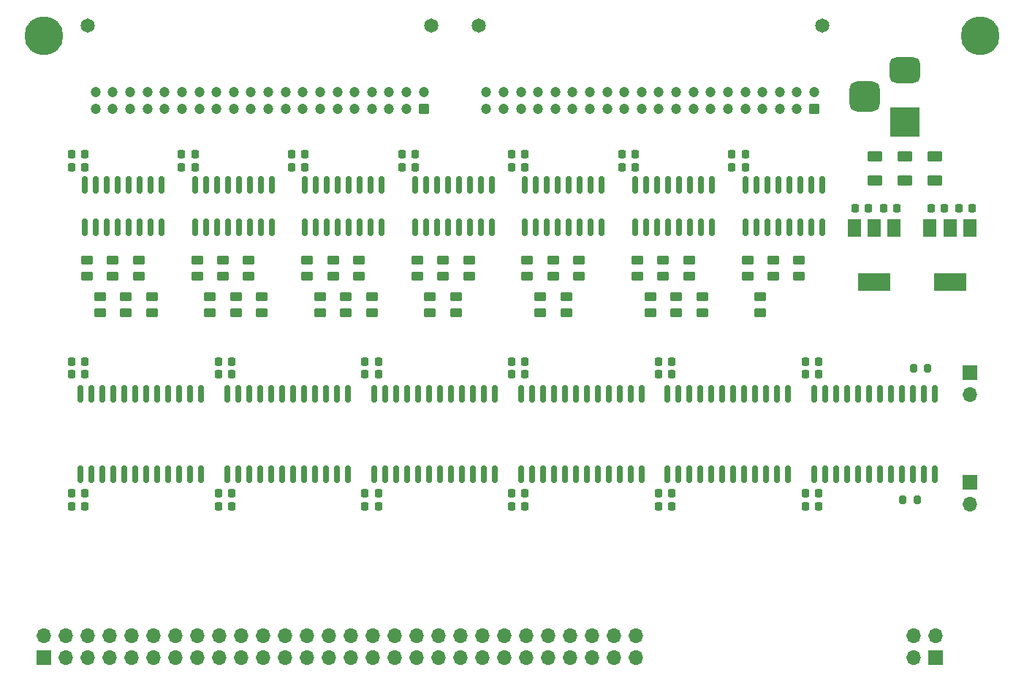
<source format=gbr>
%TF.GenerationSoftware,KiCad,Pcbnew,7.0.8*%
%TF.CreationDate,2023-10-20T14:12:00-05:00*%
%TF.ProjectId,breakout1,62726561-6b6f-4757-9431-2e6b69636164,rev?*%
%TF.SameCoordinates,Original*%
%TF.FileFunction,Soldermask,Top*%
%TF.FilePolarity,Negative*%
%FSLAX46Y46*%
G04 Gerber Fmt 4.6, Leading zero omitted, Abs format (unit mm)*
G04 Created by KiCad (PCBNEW 7.0.8) date 2023-10-20 14:12:00*
%MOMM*%
%LPD*%
G01*
G04 APERTURE LIST*
G04 Aperture macros list*
%AMRoundRect*
0 Rectangle with rounded corners*
0 $1 Rounding radius*
0 $2 $3 $4 $5 $6 $7 $8 $9 X,Y pos of 4 corners*
0 Add a 4 corners polygon primitive as box body*
4,1,4,$2,$3,$4,$5,$6,$7,$8,$9,$2,$3,0*
0 Add four circle primitives for the rounded corners*
1,1,$1+$1,$2,$3*
1,1,$1+$1,$4,$5*
1,1,$1+$1,$6,$7*
1,1,$1+$1,$8,$9*
0 Add four rect primitives between the rounded corners*
20,1,$1+$1,$2,$3,$4,$5,0*
20,1,$1+$1,$4,$5,$6,$7,0*
20,1,$1+$1,$6,$7,$8,$9,0*
20,1,$1+$1,$8,$9,$2,$3,0*%
G04 Aperture macros list end*
%ADD10R,1.500000X2.000000*%
%ADD11R,3.800000X2.000000*%
%ADD12RoundRect,0.225000X0.225000X0.250000X-0.225000X0.250000X-0.225000X-0.250000X0.225000X-0.250000X0*%
%ADD13RoundRect,0.250000X-0.450000X0.262500X-0.450000X-0.262500X0.450000X-0.262500X0.450000X0.262500X0*%
%ADD14RoundRect,0.150000X0.150000X-0.825000X0.150000X0.825000X-0.150000X0.825000X-0.150000X-0.825000X0*%
%ADD15RoundRect,0.225000X-0.225000X-0.250000X0.225000X-0.250000X0.225000X0.250000X-0.225000X0.250000X0*%
%ADD16RoundRect,0.200000X-0.200000X-0.275000X0.200000X-0.275000X0.200000X0.275000X-0.200000X0.275000X0*%
%ADD17RoundRect,0.250000X0.625000X-0.375000X0.625000X0.375000X-0.625000X0.375000X-0.625000X-0.375000X0*%
%ADD18C,4.500000*%
%ADD19R,1.700000X1.700000*%
%ADD20O,1.700000X1.700000*%
%ADD21RoundRect,0.150000X0.150000X-0.875000X0.150000X0.875000X-0.150000X0.875000X-0.150000X-0.875000X0*%
%ADD22C,1.650000*%
%ADD23RoundRect,0.250000X0.350000X0.350000X-0.350000X0.350000X-0.350000X-0.350000X0.350000X-0.350000X0*%
%ADD24C,1.200000*%
%ADD25RoundRect,0.250000X-0.625000X0.375000X-0.625000X-0.375000X0.625000X-0.375000X0.625000X0.375000X0*%
%ADD26R,3.500000X3.500000*%
%ADD27RoundRect,0.750000X-1.000000X0.750000X-1.000000X-0.750000X1.000000X-0.750000X1.000000X0.750000X0*%
%ADD28RoundRect,0.875000X-0.875000X0.875000X-0.875000X-0.875000X0.875000X-0.875000X0.875000X0.875000X0*%
G04 APERTURE END LIST*
D10*
%TO.C,U15*%
X217000000Y-64750000D03*
X214700000Y-64750000D03*
D11*
X214700000Y-71050000D03*
D10*
X212400000Y-64750000D03*
%TD*%
D12*
%TO.C,C12*%
X127250000Y-56250000D03*
X125700000Y-56250000D03*
%TD*%
D13*
%TO.C,R6*%
X143250000Y-68500000D03*
X143250000Y-70325000D03*
%TD*%
D12*
%TO.C,C33*%
X131500000Y-95500000D03*
X129950000Y-95500000D03*
%TD*%
D13*
%TO.C,R2*%
X153000000Y-68500000D03*
X153000000Y-70325000D03*
%TD*%
D12*
%TO.C,C13*%
X114500000Y-56250000D03*
X112950000Y-56250000D03*
%TD*%
%TO.C,C15*%
X114500000Y-81750000D03*
X112950000Y-81750000D03*
%TD*%
D14*
%TO.C,U3*%
X139980000Y-64700000D03*
X141250000Y-64700000D03*
X142520000Y-64700000D03*
X143790000Y-64700000D03*
X145060000Y-64700000D03*
X146330000Y-64700000D03*
X147600000Y-64700000D03*
X148870000Y-64700000D03*
X148870000Y-59750000D03*
X147600000Y-59750000D03*
X146330000Y-59750000D03*
X145060000Y-59750000D03*
X143790000Y-59750000D03*
X142520000Y-59750000D03*
X141250000Y-59750000D03*
X139980000Y-59750000D03*
%TD*%
D15*
%TO.C,C41*%
X215750000Y-62500000D03*
X217300000Y-62500000D03*
%TD*%
D12*
%TO.C,C8*%
X152750000Y-57750000D03*
X151200000Y-57750000D03*
%TD*%
%TO.C,C28*%
X131500000Y-80250000D03*
X129950000Y-80250000D03*
%TD*%
D13*
%TO.C,R16*%
X120750000Y-68500000D03*
X120750000Y-70325000D03*
%TD*%
D12*
%TO.C,C14*%
X114500000Y-57750000D03*
X112950000Y-57750000D03*
%TD*%
%TO.C,C36*%
X148500000Y-97000000D03*
X146950000Y-97000000D03*
%TD*%
%TO.C,C9*%
X140000000Y-57750000D03*
X138450000Y-57750000D03*
%TD*%
%TO.C,C29*%
X148500000Y-81750000D03*
X146950000Y-81750000D03*
%TD*%
D13*
%TO.C,R17*%
X119250000Y-72750000D03*
X119250000Y-74575000D03*
%TD*%
D16*
%TO.C,R34*%
X210500000Y-81000000D03*
X212150000Y-81000000D03*
%TD*%
D13*
%TO.C,R23*%
X181500000Y-68500000D03*
X181500000Y-70325000D03*
%TD*%
D12*
%TO.C,C24*%
X199500000Y-80250000D03*
X197950000Y-80250000D03*
%TD*%
D17*
%TO.C,D1*%
X206000000Y-59300000D03*
X206000000Y-56500000D03*
%TD*%
D14*
%TO.C,U2*%
X127250000Y-64700000D03*
X128520000Y-64700000D03*
X129790000Y-64700000D03*
X131060000Y-64700000D03*
X132330000Y-64700000D03*
X133600000Y-64700000D03*
X134870000Y-64700000D03*
X136140000Y-64700000D03*
X136140000Y-59750000D03*
X134870000Y-59750000D03*
X133600000Y-59750000D03*
X132330000Y-59750000D03*
X131060000Y-59750000D03*
X129790000Y-59750000D03*
X128520000Y-59750000D03*
X127250000Y-59750000D03*
%TD*%
%TO.C,U5*%
X178250000Y-64700000D03*
X179520000Y-64700000D03*
X180790000Y-64700000D03*
X182060000Y-64700000D03*
X183330000Y-64700000D03*
X184600000Y-64700000D03*
X185870000Y-64700000D03*
X187140000Y-64700000D03*
X187140000Y-59750000D03*
X185870000Y-59750000D03*
X184600000Y-59750000D03*
X183330000Y-59750000D03*
X182060000Y-59750000D03*
X180790000Y-59750000D03*
X179520000Y-59750000D03*
X178250000Y-59750000D03*
%TD*%
D13*
%TO.C,R32*%
X167250000Y-72750000D03*
X167250000Y-74575000D03*
%TD*%
D12*
%TO.C,C16*%
X114500000Y-80250000D03*
X112950000Y-80250000D03*
%TD*%
D13*
%TO.C,R38*%
X170250000Y-72750000D03*
X170250000Y-74575000D03*
%TD*%
%TO.C,R5*%
X144750000Y-72750000D03*
X144750000Y-74575000D03*
%TD*%
D12*
%TO.C,C37*%
X182500000Y-95500000D03*
X180950000Y-95500000D03*
%TD*%
D13*
%TO.C,R30*%
X180000000Y-72750000D03*
X180000000Y-74575000D03*
%TD*%
D12*
%TO.C,C1*%
X165500000Y-57750000D03*
X163950000Y-57750000D03*
%TD*%
D18*
%TO.C,H1*%
X109750000Y-42500000D03*
%TD*%
D17*
%TO.C,FB1*%
X209500000Y-59300000D03*
X209500000Y-56500000D03*
%TD*%
D12*
%TO.C,C23*%
X199500000Y-81750000D03*
X197950000Y-81750000D03*
%TD*%
D14*
%TO.C,U6*%
X191000000Y-64700000D03*
X192270000Y-64700000D03*
X193540000Y-64700000D03*
X194810000Y-64700000D03*
X196080000Y-64700000D03*
X197350000Y-64700000D03*
X198620000Y-64700000D03*
X199890000Y-64700000D03*
X199890000Y-59750000D03*
X198620000Y-59750000D03*
X197350000Y-59750000D03*
X196080000Y-59750000D03*
X194810000Y-59750000D03*
X193540000Y-59750000D03*
X192270000Y-59750000D03*
X191000000Y-59750000D03*
%TD*%
D10*
%TO.C,U14*%
X208250000Y-64750000D03*
X205950000Y-64750000D03*
D11*
X205950000Y-71050000D03*
D10*
X203650000Y-64750000D03*
%TD*%
D13*
%TO.C,R15*%
X122250000Y-72750000D03*
X122250000Y-74575000D03*
%TD*%
%TO.C,R40*%
X157500000Y-72750000D03*
X157500000Y-74575000D03*
%TD*%
%TO.C,R21*%
X194250000Y-68500000D03*
X194250000Y-70325000D03*
%TD*%
D12*
%TO.C,C6*%
X191000000Y-56250000D03*
X189450000Y-56250000D03*
%TD*%
D13*
%TO.C,R19*%
X116250000Y-72750000D03*
X116250000Y-74575000D03*
%TD*%
%TO.C,R20*%
X114750000Y-68500000D03*
X114750000Y-70325000D03*
%TD*%
D12*
%TO.C,C3*%
X178250000Y-57750000D03*
X176700000Y-57750000D03*
%TD*%
%TO.C,C19*%
X199500000Y-95500000D03*
X197950000Y-95500000D03*
%TD*%
D19*
%TO.C,J6*%
X213040000Y-114540000D03*
D20*
X210500000Y-114540000D03*
X213040000Y-112000000D03*
X210500000Y-112000000D03*
%TD*%
D13*
%TO.C,R37*%
X178500000Y-68500000D03*
X178500000Y-70325000D03*
%TD*%
D12*
%TO.C,C30*%
X148500000Y-80250000D03*
X146950000Y-80250000D03*
%TD*%
D21*
%TO.C,U8*%
X131000000Y-93300000D03*
X132270000Y-93300000D03*
X133540000Y-93300000D03*
X134810000Y-93300000D03*
X136080000Y-93300000D03*
X137350000Y-93300000D03*
X138620000Y-93300000D03*
X139890000Y-93300000D03*
X141160000Y-93300000D03*
X142430000Y-93300000D03*
X143700000Y-93300000D03*
X144970000Y-93300000D03*
X144970000Y-84000000D03*
X143700000Y-84000000D03*
X142430000Y-84000000D03*
X141160000Y-84000000D03*
X139890000Y-84000000D03*
X138620000Y-84000000D03*
X137350000Y-84000000D03*
X136080000Y-84000000D03*
X134810000Y-84000000D03*
X133540000Y-84000000D03*
X132270000Y-84000000D03*
X131000000Y-84000000D03*
%TD*%
D13*
%TO.C,R22*%
X186000000Y-72750000D03*
X186000000Y-74575000D03*
%TD*%
%TO.C,R29*%
X184500000Y-68500000D03*
X184500000Y-70325000D03*
%TD*%
D21*
%TO.C,U12*%
X148000000Y-93300000D03*
X149270000Y-93300000D03*
X150540000Y-93300000D03*
X151810000Y-93300000D03*
X153080000Y-93300000D03*
X154350000Y-93300000D03*
X155620000Y-93300000D03*
X156890000Y-93300000D03*
X158160000Y-93300000D03*
X159430000Y-93300000D03*
X160700000Y-93300000D03*
X161970000Y-93300000D03*
X161970000Y-84000000D03*
X160700000Y-84000000D03*
X159430000Y-84000000D03*
X158160000Y-84000000D03*
X156890000Y-84000000D03*
X155620000Y-84000000D03*
X154350000Y-84000000D03*
X153080000Y-84000000D03*
X151810000Y-84000000D03*
X150540000Y-84000000D03*
X149270000Y-84000000D03*
X148000000Y-84000000D03*
%TD*%
D12*
%TO.C,C11*%
X127250000Y-57750000D03*
X125700000Y-57750000D03*
%TD*%
%TO.C,C18*%
X114500000Y-97000000D03*
X112950000Y-97000000D03*
%TD*%
D13*
%TO.C,R7*%
X141750000Y-72750000D03*
X141750000Y-74575000D03*
%TD*%
%TO.C,R35*%
X191250000Y-68500000D03*
X191250000Y-70325000D03*
%TD*%
%TO.C,R26*%
X197250000Y-68500000D03*
X197250000Y-70325000D03*
%TD*%
D12*
%TO.C,C2*%
X165500000Y-56250000D03*
X163950000Y-56250000D03*
%TD*%
D19*
%TO.C,JP1*%
X217000000Y-81500000D03*
D20*
X217000000Y-84040000D03*
%TD*%
D21*
%TO.C,U10*%
X199000000Y-93300000D03*
X200270000Y-93300000D03*
X201540000Y-93300000D03*
X202810000Y-93300000D03*
X204080000Y-93300000D03*
X205350000Y-93300000D03*
X206620000Y-93300000D03*
X207890000Y-93300000D03*
X209160000Y-93300000D03*
X210430000Y-93300000D03*
X211700000Y-93300000D03*
X212970000Y-93300000D03*
X212970000Y-84000000D03*
X211700000Y-84000000D03*
X210430000Y-84000000D03*
X209160000Y-84000000D03*
X207890000Y-84000000D03*
X206620000Y-84000000D03*
X205350000Y-84000000D03*
X204080000Y-84000000D03*
X202810000Y-84000000D03*
X201540000Y-84000000D03*
X200270000Y-84000000D03*
X199000000Y-84000000D03*
%TD*%
D12*
%TO.C,C5*%
X191000000Y-57750000D03*
X189450000Y-57750000D03*
%TD*%
D13*
%TO.C,R14*%
X127500000Y-68500000D03*
X127500000Y-70325000D03*
%TD*%
D12*
%TO.C,C35*%
X148500000Y-95500000D03*
X146950000Y-95500000D03*
%TD*%
D22*
%TO.C,J1*%
X154650000Y-41300000D03*
X114850000Y-41300000D03*
D23*
X153750000Y-51000000D03*
D24*
X153750000Y-49000000D03*
X151750000Y-51000000D03*
X151750000Y-49000000D03*
X149750000Y-51000000D03*
X149750000Y-49000000D03*
X147750000Y-51000000D03*
X147750000Y-49000000D03*
X145750000Y-51000000D03*
X145750000Y-49000000D03*
X143750000Y-51000000D03*
X143750000Y-49000000D03*
X141750000Y-51000000D03*
X141750000Y-49000000D03*
X139750000Y-51000000D03*
X139750000Y-49000000D03*
X137750000Y-51000000D03*
X137750000Y-49000000D03*
X135750000Y-51000000D03*
X135750000Y-49000000D03*
X133750000Y-51000000D03*
X133750000Y-49000000D03*
X131750000Y-51000000D03*
X131750000Y-49000000D03*
X129750000Y-51000000D03*
X129750000Y-49000000D03*
X127750000Y-51000000D03*
X127750000Y-49000000D03*
X125750000Y-51000000D03*
X125750000Y-49000000D03*
X123750000Y-51000000D03*
X123750000Y-49000000D03*
X121750000Y-51000000D03*
X121750000Y-49000000D03*
X119750000Y-51000000D03*
X119750000Y-49000000D03*
X117750000Y-51000000D03*
X117750000Y-49000000D03*
X115750000Y-51000000D03*
X115750000Y-49000000D03*
%TD*%
D13*
%TO.C,R36*%
X183000000Y-72750000D03*
X183000000Y-74575000D03*
%TD*%
D12*
%TO.C,C4*%
X178250000Y-56250000D03*
X176700000Y-56250000D03*
%TD*%
%TO.C,C26*%
X165500000Y-80250000D03*
X163950000Y-80250000D03*
%TD*%
D13*
%TO.C,R13*%
X129000000Y-72750000D03*
X129000000Y-74575000D03*
%TD*%
%TO.C,R1*%
X154500000Y-72750000D03*
X154500000Y-74575000D03*
%TD*%
D15*
%TO.C,C40*%
X203750000Y-62500000D03*
X205300000Y-62500000D03*
%TD*%
D12*
%TO.C,C21*%
X165500000Y-95500000D03*
X163950000Y-95500000D03*
%TD*%
D13*
%TO.C,R33*%
X159000000Y-68500000D03*
X159000000Y-70325000D03*
%TD*%
%TO.C,R31*%
X165750000Y-68500000D03*
X165750000Y-70325000D03*
%TD*%
D12*
%TO.C,C10*%
X140000000Y-56250000D03*
X138450000Y-56250000D03*
%TD*%
D13*
%TO.C,R27*%
X156000000Y-68500000D03*
X156000000Y-70325000D03*
%TD*%
D12*
%TO.C,C38*%
X182500000Y-97000000D03*
X180950000Y-97000000D03*
%TD*%
D13*
%TO.C,R12*%
X130500000Y-68500000D03*
X130500000Y-70325000D03*
%TD*%
%TO.C,R11*%
X132000000Y-72750000D03*
X132000000Y-74575000D03*
%TD*%
D25*
%TO.C,F1*%
X213000000Y-56500000D03*
X213000000Y-59300000D03*
%TD*%
D12*
%TO.C,C7*%
X152750000Y-56250000D03*
X151200000Y-56250000D03*
%TD*%
D13*
%TO.C,R18*%
X117750000Y-68500000D03*
X117750000Y-70325000D03*
%TD*%
%TO.C,R4*%
X146250000Y-68500000D03*
X146250000Y-70325000D03*
%TD*%
D12*
%TO.C,C31*%
X182500000Y-81750000D03*
X180950000Y-81750000D03*
%TD*%
D13*
%TO.C,R9*%
X135000000Y-72750000D03*
X135000000Y-74575000D03*
%TD*%
D16*
%TO.C,R39*%
X209250000Y-96250000D03*
X210900000Y-96250000D03*
%TD*%
D18*
%TO.C,H2*%
X218250000Y-42500000D03*
%TD*%
D13*
%TO.C,R8*%
X140250000Y-68500000D03*
X140250000Y-70325000D03*
%TD*%
%TO.C,R25*%
X168750000Y-68500000D03*
X168750000Y-70325000D03*
%TD*%
D26*
%TO.C,J4*%
X209500000Y-52500000D03*
D27*
X209500000Y-46500000D03*
D28*
X204800000Y-49500000D03*
%TD*%
D14*
%TO.C,U4*%
X165500000Y-64700000D03*
X166770000Y-64700000D03*
X168040000Y-64700000D03*
X169310000Y-64700000D03*
X170580000Y-64700000D03*
X171850000Y-64700000D03*
X173120000Y-64700000D03*
X174390000Y-64700000D03*
X174390000Y-59750000D03*
X173120000Y-59750000D03*
X171850000Y-59750000D03*
X170580000Y-59750000D03*
X169310000Y-59750000D03*
X168040000Y-59750000D03*
X166770000Y-59750000D03*
X165500000Y-59750000D03*
%TD*%
D21*
%TO.C,U13*%
X182000000Y-93300000D03*
X183270000Y-93300000D03*
X184540000Y-93300000D03*
X185810000Y-93300000D03*
X187080000Y-93300000D03*
X188350000Y-93300000D03*
X189620000Y-93300000D03*
X190890000Y-93300000D03*
X192160000Y-93300000D03*
X193430000Y-93300000D03*
X194700000Y-93300000D03*
X195970000Y-93300000D03*
X195970000Y-84000000D03*
X194700000Y-84000000D03*
X193430000Y-84000000D03*
X192160000Y-84000000D03*
X190890000Y-84000000D03*
X189620000Y-84000000D03*
X188350000Y-84000000D03*
X187080000Y-84000000D03*
X185810000Y-84000000D03*
X184540000Y-84000000D03*
X183270000Y-84000000D03*
X182000000Y-84000000D03*
%TD*%
D15*
%TO.C,C39*%
X207000000Y-62500000D03*
X208550000Y-62500000D03*
%TD*%
D19*
%TO.C,JP2*%
X217000000Y-94250000D03*
D20*
X217000000Y-96790000D03*
%TD*%
D13*
%TO.C,R28*%
X192750000Y-72750000D03*
X192750000Y-74575000D03*
%TD*%
D12*
%TO.C,C32*%
X182500000Y-80250000D03*
X180950000Y-80250000D03*
%TD*%
%TO.C,C17*%
X114500000Y-95500000D03*
X112950000Y-95500000D03*
%TD*%
D14*
%TO.C,U7*%
X152750000Y-64700000D03*
X154020000Y-64700000D03*
X155290000Y-64700000D03*
X156560000Y-64700000D03*
X157830000Y-64700000D03*
X159100000Y-64700000D03*
X160370000Y-64700000D03*
X161640000Y-64700000D03*
X161640000Y-59750000D03*
X160370000Y-59750000D03*
X159100000Y-59750000D03*
X157830000Y-59750000D03*
X156560000Y-59750000D03*
X155290000Y-59750000D03*
X154020000Y-59750000D03*
X152750000Y-59750000D03*
%TD*%
D12*
%TO.C,C20*%
X199500000Y-97000000D03*
X197950000Y-97000000D03*
%TD*%
D24*
%TO.C,J2*%
X161000000Y-49000000D03*
X161000000Y-51000000D03*
X163000000Y-49000000D03*
X163000000Y-51000000D03*
X165000000Y-49000000D03*
X165000000Y-51000000D03*
X167000000Y-49000000D03*
X167000000Y-51000000D03*
X169000000Y-49000000D03*
X169000000Y-51000000D03*
X171000000Y-49000000D03*
X171000000Y-51000000D03*
X173000000Y-49000000D03*
X173000000Y-51000000D03*
X175000000Y-49000000D03*
X175000000Y-51000000D03*
X177000000Y-49000000D03*
X177000000Y-51000000D03*
X179000000Y-49000000D03*
X179000000Y-51000000D03*
X181000000Y-49000000D03*
X181000000Y-51000000D03*
X183000000Y-49000000D03*
X183000000Y-51000000D03*
X185000000Y-49000000D03*
X185000000Y-51000000D03*
X187000000Y-49000000D03*
X187000000Y-51000000D03*
X189000000Y-49000000D03*
X189000000Y-51000000D03*
X191000000Y-49000000D03*
X191000000Y-51000000D03*
X193000000Y-49000000D03*
X193000000Y-51000000D03*
X195000000Y-49000000D03*
X195000000Y-51000000D03*
X197000000Y-49000000D03*
X197000000Y-51000000D03*
X199000000Y-49000000D03*
D23*
X199000000Y-51000000D03*
D22*
X160100000Y-41300000D03*
X199900000Y-41300000D03*
%TD*%
D12*
%TO.C,C27*%
X131500000Y-81750000D03*
X129950000Y-81750000D03*
%TD*%
D13*
%TO.C,R24*%
X171750000Y-68500000D03*
X171750000Y-70325000D03*
%TD*%
D15*
%TO.C,C42*%
X212500000Y-62500000D03*
X214050000Y-62500000D03*
%TD*%
D12*
%TO.C,C22*%
X165500000Y-97000000D03*
X163950000Y-97000000D03*
%TD*%
D21*
%TO.C,U9*%
X165000000Y-93300000D03*
X166270000Y-93300000D03*
X167540000Y-93300000D03*
X168810000Y-93300000D03*
X170080000Y-93300000D03*
X171350000Y-93300000D03*
X172620000Y-93300000D03*
X173890000Y-93300000D03*
X175160000Y-93300000D03*
X176430000Y-93300000D03*
X177700000Y-93300000D03*
X178970000Y-93300000D03*
X178970000Y-84000000D03*
X177700000Y-84000000D03*
X176430000Y-84000000D03*
X175160000Y-84000000D03*
X173890000Y-84000000D03*
X172620000Y-84000000D03*
X171350000Y-84000000D03*
X170080000Y-84000000D03*
X168810000Y-84000000D03*
X167540000Y-84000000D03*
X166270000Y-84000000D03*
X165000000Y-84000000D03*
%TD*%
%TO.C,U11*%
X114000000Y-93300000D03*
X115270000Y-93300000D03*
X116540000Y-93300000D03*
X117810000Y-93300000D03*
X119080000Y-93300000D03*
X120350000Y-93300000D03*
X121620000Y-93300000D03*
X122890000Y-93300000D03*
X124160000Y-93300000D03*
X125430000Y-93300000D03*
X126700000Y-93300000D03*
X127970000Y-93300000D03*
X127970000Y-84000000D03*
X126700000Y-84000000D03*
X125430000Y-84000000D03*
X124160000Y-84000000D03*
X122890000Y-84000000D03*
X121620000Y-84000000D03*
X120350000Y-84000000D03*
X119080000Y-84000000D03*
X117810000Y-84000000D03*
X116540000Y-84000000D03*
X115270000Y-84000000D03*
X114000000Y-84000000D03*
%TD*%
D12*
%TO.C,C34*%
X131500000Y-97000000D03*
X129950000Y-97000000D03*
%TD*%
D13*
%TO.C,R10*%
X133500000Y-68500000D03*
X133500000Y-70325000D03*
%TD*%
D12*
%TO.C,C25*%
X165500000Y-81750000D03*
X163950000Y-81750000D03*
%TD*%
D13*
%TO.C,R3*%
X147750000Y-72750000D03*
X147750000Y-74575000D03*
%TD*%
D14*
%TO.C,U1*%
X114500000Y-64700000D03*
X115770000Y-64700000D03*
X117040000Y-64700000D03*
X118310000Y-64700000D03*
X119580000Y-64700000D03*
X120850000Y-64700000D03*
X122120000Y-64700000D03*
X123390000Y-64700000D03*
X123390000Y-59750000D03*
X122120000Y-59750000D03*
X120850000Y-59750000D03*
X119580000Y-59750000D03*
X118310000Y-59750000D03*
X117040000Y-59750000D03*
X115770000Y-59750000D03*
X114500000Y-59750000D03*
%TD*%
D19*
%TO.C,J3*%
X109740000Y-114540000D03*
D20*
X109740000Y-112000000D03*
X112280000Y-114540000D03*
X112280000Y-112000000D03*
X114820000Y-114540000D03*
X114820000Y-112000000D03*
X117360000Y-114540000D03*
X117360000Y-112000000D03*
X119900000Y-114540000D03*
X119900000Y-112000000D03*
X122440000Y-114540000D03*
X122440000Y-112000000D03*
X124980000Y-114540000D03*
X124980000Y-112000000D03*
X127520000Y-114540000D03*
X127520000Y-112000000D03*
X130060000Y-114540000D03*
X130060000Y-112000000D03*
X132600000Y-114540000D03*
X132600000Y-112000000D03*
X135140000Y-114540000D03*
X135140000Y-112000000D03*
X137680000Y-114540000D03*
X137680000Y-112000000D03*
X140220000Y-114540000D03*
X140220000Y-112000000D03*
X142760000Y-114540000D03*
X142760000Y-112000000D03*
X145300000Y-114540000D03*
X145300000Y-112000000D03*
X147840000Y-114540000D03*
X147840000Y-112000000D03*
X150380000Y-114540000D03*
X150380000Y-112000000D03*
X152920000Y-114540000D03*
X152920000Y-112000000D03*
X155460000Y-114540000D03*
X155460000Y-112000000D03*
X158000000Y-114540000D03*
X158000000Y-112000000D03*
X160540000Y-114540000D03*
X160540000Y-112000000D03*
X163080000Y-114540000D03*
X163080000Y-112000000D03*
X165620000Y-114540000D03*
X165620000Y-112000000D03*
X168160000Y-114540000D03*
X168160000Y-112000000D03*
X170700000Y-114540000D03*
X170700000Y-112000000D03*
X173240000Y-114540000D03*
X173240000Y-112000000D03*
X175780000Y-114540000D03*
X175780000Y-112000000D03*
X178320000Y-114540000D03*
X178320000Y-112000000D03*
%TD*%
M02*

</source>
